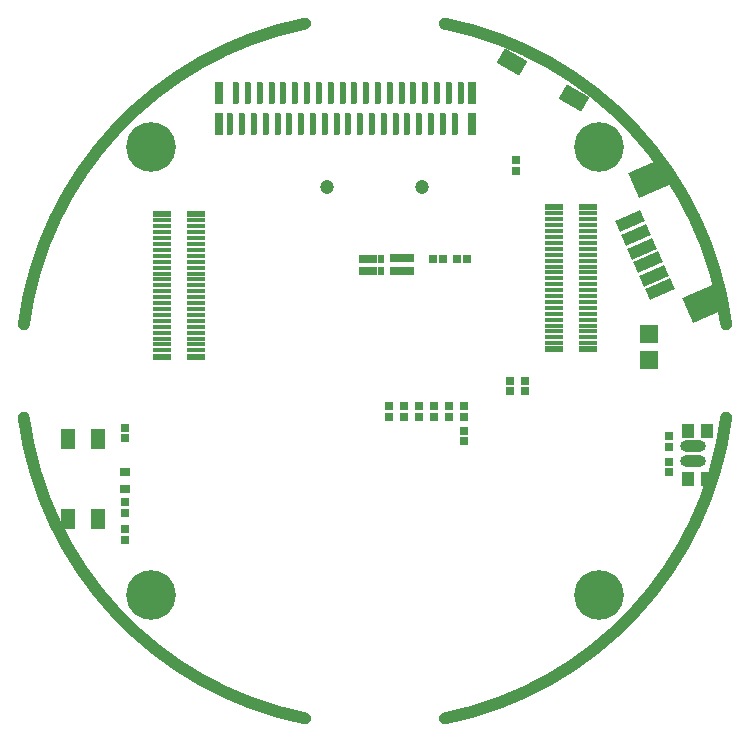
<source format=gts>
%FSLAX44Y44*%
%MOMM*%
G71*
G01*
G75*
G04 Layer_Color=8388736*
%ADD10R,0.8890X1.0160*%
%ADD11R,0.6000X0.5000*%
%ADD12R,1.3970X1.3970*%
%ADD13R,0.4064X0.5500*%
%ADD14R,0.3048X0.5500*%
G04:AMPARAMS|DCode=15|XSize=0.32mm|YSize=1.7mm|CornerRadius=0.08mm|HoleSize=0mm|Usage=FLASHONLY|Rotation=0.000|XOffset=0mm|YOffset=0mm|HoleType=Round|Shape=RoundedRectangle|*
%AMROUNDEDRECTD15*
21,1,0.3200,1.5400,0,0,0.0*
21,1,0.1600,1.7000,0,0,0.0*
1,1,0.1600,0.0800,-0.7700*
1,1,0.1600,-0.0800,-0.7700*
1,1,0.1600,-0.0800,0.7700*
1,1,0.1600,0.0800,0.7700*
%
%ADD15ROUNDEDRECTD15*%
%ADD16R,0.5000X1.7000*%
%ADD17R,0.5000X0.6000*%
%ADD18R,1.3500X0.3000*%
%ADD19R,1.3500X0.2500*%
G04:AMPARAMS|DCode=20|XSize=2mm|YSize=1.2mm|CornerRadius=0mm|HoleSize=0mm|Usage=FLASHONLY|Rotation=150.000|XOffset=0mm|YOffset=0mm|HoleType=Round|Shape=Rectangle|*
%AMROTATEDRECTD20*
4,1,4,1.1660,0.0196,0.5660,-1.0196,-1.1660,-0.0196,-0.5660,1.0196,1.1660,0.0196,0.0*
%
%ADD20ROTATEDRECTD20*%

G04:AMPARAMS|DCode=21|XSize=2.1mm|YSize=0.8mm|CornerRadius=0mm|HoleSize=0mm|Usage=FLASHONLY|Rotation=203.500|XOffset=0mm|YOffset=0mm|HoleType=Round|Shape=Rectangle|*
%AMROTATEDRECTD21*
4,1,4,0.8034,0.7855,1.1224,0.0519,-0.8034,-0.7855,-1.1224,-0.0519,0.8034,0.7855,0.0*
%
%ADD21ROTATEDRECTD21*%

G04:AMPARAMS|DCode=22|XSize=3mm|YSize=2.1mm|CornerRadius=0mm|HoleSize=0mm|Usage=FLASHONLY|Rotation=203.500|XOffset=0mm|YOffset=0mm|HoleType=Round|Shape=Rectangle|*
%AMROTATEDRECTD22*
4,1,4,0.9569,1.5610,1.7943,-0.3648,-0.9569,-1.5610,-1.7943,0.3648,0.9569,1.5610,0.0*
%
%ADD22ROTATEDRECTD22*%

%ADD23R,1.0000X1.6000*%
%ADD24R,0.7000X0.6000*%
%ADD25C,0.2540*%
%ADD26C,0.3000*%
%ADD27C,0.6000*%
%ADD28C,1.0000*%
%ADD29C,0.5000*%
%ADD30C,0.4000*%
%ADD31C,1.0000*%
%ADD32O,2.0000X0.7500*%
G04:AMPARAMS|DCode=33|XSize=4mm|YSize=4mm|CornerRadius=2mm|HoleSize=0mm|Usage=FLASHONLY|Rotation=0.000|XOffset=0mm|YOffset=0mm|HoleType=Round|Shape=RoundedRectangle|*
%AMROUNDEDRECTD33*
21,1,4.0000,0.0000,0,0,0.0*
21,1,0.0000,4.0000,0,0,0.0*
1,1,4.0000,0.0000,0.0000*
1,1,4.0000,0.0000,0.0000*
1,1,4.0000,0.0000,0.0000*
1,1,4.0000,0.0000,0.0000*
%
%ADD33ROUNDEDRECTD33*%
%ADD34C,0.4500*%
%ADD35R,1.3970X1.3970*%
G04:AMPARAMS|DCode=36|XSize=2mm|YSize=2mm|CornerRadius=0mm|HoleSize=0mm|Usage=FLASHONLY|Rotation=180.000|XOffset=0mm|YOffset=0mm|HoleType=Round|Shape=RoundedRectangle|*
%AMROUNDEDRECTD36*
21,1,2.0000,2.0000,0,0,180.0*
21,1,2.0000,2.0000,0,0,180.0*
1,1,0.0000,-1.0000,1.0000*
1,1,0.0000,1.0000,1.0000*
1,1,0.0000,1.0000,-1.0000*
1,1,0.0000,-1.0000,-1.0000*
%
%ADD36ROUNDEDRECTD36*%
%ADD37R,0.7000X1.6000*%
%ADD38R,1.1000X1.4000*%
%ADD39R,1.6000X1.4000*%
%ADD40R,1.2000X2.2000*%
%ADD41R,3.0000X2.1000*%
%ADD42R,2.1000X0.8000*%
%ADD43R,0.8128X0.8128*%
%ADD44R,1.0668X0.8128*%
%ADD45R,0.8128X0.8128*%
%ADD46R,0.8128X1.0668*%
%ADD47R,1.5200X0.7600*%
%ADD48R,1.8000X2.8000*%
%ADD49R,0.7000X1.4000*%
%ADD50O,0.6096X2.0320*%
%ADD51R,0.6096X2.0320*%
%ADD52R,1.2000X1.8000*%
%ADD53R,2.1500X6.3000*%
%ADD54R,1.6000X1.2000*%
%ADD55R,2.1000X3.0000*%
%ADD56R,0.8000X2.1000*%
%ADD57C,0.8000*%
%ADD58C,0.1200*%
%ADD59C,0.1250*%
%ADD60R,1.0922X1.2192*%
%ADD61R,0.8032X0.7032*%
%ADD62R,1.6002X1.6002*%
%ADD63R,0.6096X0.7532*%
%ADD64R,0.5080X0.7532*%
G04:AMPARAMS|DCode=65|XSize=0.5232mm|YSize=1.9032mm|CornerRadius=0.1816mm|HoleSize=0mm|Usage=FLASHONLY|Rotation=0.000|XOffset=0mm|YOffset=0mm|HoleType=Round|Shape=RoundedRectangle|*
%AMROUNDEDRECTD65*
21,1,0.5232,1.5400,0,0,0.0*
21,1,0.1600,1.9032,0,0,0.0*
1,1,0.3632,0.0800,-0.7700*
1,1,0.3632,-0.0800,-0.7700*
1,1,0.3632,-0.0800,0.7700*
1,1,0.3632,0.0800,0.7700*
%
%ADD65ROUNDEDRECTD65*%
%ADD66R,0.7032X1.9032*%
%ADD67R,0.7032X0.8032*%
%ADD68R,1.5532X0.5032*%
%ADD69R,1.5532X0.4532*%
G04:AMPARAMS|DCode=70|XSize=2.2032mm|YSize=1.4032mm|CornerRadius=0mm|HoleSize=0mm|Usage=FLASHONLY|Rotation=150.000|XOffset=0mm|YOffset=0mm|HoleType=Round|Shape=Rectangle|*
%AMROTATEDRECTD70*
4,1,4,1.3048,0.0568,0.6032,-1.1584,-1.3048,-0.0568,-0.6032,1.1584,1.3048,0.0568,0.0*
%
%ADD70ROTATEDRECTD70*%

G04:AMPARAMS|DCode=71|XSize=2.3032mm|YSize=1.0032mm|CornerRadius=0mm|HoleSize=0mm|Usage=FLASHONLY|Rotation=203.500|XOffset=0mm|YOffset=0mm|HoleType=Round|Shape=Rectangle|*
%AMROTATEDRECTD71*
4,1,4,0.8561,0.9192,1.2561,-0.0008,-0.8561,-0.9192,-1.2561,0.0008,0.8561,0.9192,0.0*
%
%ADD71ROTATEDRECTD71*%

G04:AMPARAMS|DCode=72|XSize=3.2032mm|YSize=2.3032mm|CornerRadius=0mm|HoleSize=0mm|Usage=FLASHONLY|Rotation=203.500|XOffset=0mm|YOffset=0mm|HoleType=Round|Shape=Rectangle|*
%AMROTATEDRECTD72*
4,1,4,1.0096,1.6947,1.9280,-0.4174,-1.0096,-1.6947,-1.9280,0.4174,1.0096,1.6947,0.0*
%
%ADD72ROTATEDRECTD72*%

%ADD73R,1.2032X1.8032*%
%ADD74R,0.9032X0.8032*%
%ADD75C,1.2032*%
%ADD76O,2.2032X0.9532*%
G04:AMPARAMS|DCode=77|XSize=4.2032mm|YSize=4.2032mm|CornerRadius=2.1016mm|HoleSize=0mm|Usage=FLASHONLY|Rotation=0.000|XOffset=0mm|YOffset=0mm|HoleType=Round|Shape=RoundedRectangle|*
%AMROUNDEDRECTD77*
21,1,4.2032,0.0000,0,0,0.0*
21,1,0.0000,4.2032,0,0,0.0*
1,1,4.2032,0.0000,0.0000*
1,1,4.2032,0.0000,0.0000*
1,1,4.2032,0.0000,0.0000*
1,1,4.2032,0.0000,0.0000*
%
%ADD77ROUNDEDRECTD77*%
D28*
X59097Y-294122D02*
G03*
X297407Y-39355I-59097J294122D01*
G01*
X-297380Y-39563D02*
G03*
X-59128Y-294116I297380J39563D01*
G01*
X297385Y39521D02*
G03*
X59128Y294116I-297385J-39521D01*
G01*
X-59189Y294103D02*
G03*
X-297380Y39563I59189J-294103D01*
G01*
D60*
X281051Y-91440D02*
D03*
X265049D02*
D03*
X281051Y-50800D02*
D03*
X265049D02*
D03*
D61*
X248920Y-64003D02*
D03*
Y-55003D02*
D03*
Y-76780D02*
D03*
Y-85780D02*
D03*
X119380Y178490D02*
D03*
Y169490D02*
D03*
X127000Y-17200D02*
D03*
Y-8200D02*
D03*
X114300Y-17200D02*
D03*
Y-8200D02*
D03*
X-212090Y-142930D02*
D03*
Y-133930D02*
D03*
Y-111070D02*
D03*
Y-120070D02*
D03*
Y-56860D02*
D03*
Y-47860D02*
D03*
X49530Y-38790D02*
D03*
Y-29790D02*
D03*
X74930Y-59503D02*
D03*
Y-50503D02*
D03*
X36830Y-38790D02*
D03*
Y-29790D02*
D03*
X24130D02*
D03*
Y-38790D02*
D03*
X74930D02*
D03*
Y-29790D02*
D03*
X11430Y-38790D02*
D03*
Y-29790D02*
D03*
X62230Y-38790D02*
D03*
Y-29790D02*
D03*
D62*
X232007Y31115D02*
D03*
Y9525D02*
D03*
D63*
X4867Y95122D02*
D03*
X-11135D02*
D03*
Y84622D02*
D03*
X4867D02*
D03*
X30861Y95420D02*
D03*
X14859D02*
D03*
Y84920D02*
D03*
X30861D02*
D03*
D64*
X-635Y95122D02*
D03*
X-5634D02*
D03*
Y84622D02*
D03*
X-635D02*
D03*
X25359Y95420D02*
D03*
X20361D02*
D03*
Y84920D02*
D03*
X25359D02*
D03*
D65*
X-122500Y209000D02*
D03*
X-112500D02*
D03*
X-102500D02*
D03*
X-92500D02*
D03*
X-82500D02*
D03*
X-72500D02*
D03*
X-62500D02*
D03*
X-52500D02*
D03*
X-117500Y235000D02*
D03*
X-107500D02*
D03*
X-97500D02*
D03*
X-87500D02*
D03*
X-77500D02*
D03*
X-67500D02*
D03*
X-57500D02*
D03*
X-47500D02*
D03*
X12500D02*
D03*
X2500D02*
D03*
X-7500D02*
D03*
X-17500D02*
D03*
X-27500D02*
D03*
X-37500D02*
D03*
X7500Y209000D02*
D03*
X-2500D02*
D03*
X-12500D02*
D03*
X-22500D02*
D03*
X-32500D02*
D03*
X-42500D02*
D03*
X47500D02*
D03*
X57500D02*
D03*
X67500D02*
D03*
X52500Y235000D02*
D03*
X62500D02*
D03*
X72500D02*
D03*
X42500D02*
D03*
X32500D02*
D03*
X22500D02*
D03*
X37500Y209000D02*
D03*
X27500D02*
D03*
X17500D02*
D03*
D66*
X-132000Y235000D02*
D03*
Y209000D02*
D03*
X82000D02*
D03*
Y235000D02*
D03*
D67*
X48840Y95250D02*
D03*
X57840D02*
D03*
X69160Y95266D02*
D03*
X78160D02*
D03*
D68*
X-151250Y12250D02*
D03*
X-180750D02*
D03*
X-151250Y132750D02*
D03*
X-180750D02*
D03*
X180750Y18250D02*
D03*
X151250D02*
D03*
X180750Y138750D02*
D03*
X151250D02*
D03*
D69*
X-151250Y17500D02*
D03*
X-180750D02*
D03*
X-151250Y22500D02*
D03*
X-180750D02*
D03*
X-151250Y27500D02*
D03*
X-180750D02*
D03*
X-151250Y32500D02*
D03*
X-180750D02*
D03*
X-151250Y37500D02*
D03*
X-180750D02*
D03*
X-151250Y42500D02*
D03*
X-180750D02*
D03*
X-151250Y47500D02*
D03*
X-180750D02*
D03*
X-151250Y52500D02*
D03*
X-180750D02*
D03*
X-151250Y57500D02*
D03*
X-180750D02*
D03*
X-151250Y62500D02*
D03*
X-180750D02*
D03*
X-151250Y67500D02*
D03*
X-180750D02*
D03*
X-151250Y72500D02*
D03*
X-180750D02*
D03*
X-151250Y77500D02*
D03*
X-180750D02*
D03*
X-151250Y82500D02*
D03*
X-180750D02*
D03*
X-151250Y87500D02*
D03*
X-180750D02*
D03*
X-151250Y92500D02*
D03*
X-180750D02*
D03*
X-151250Y97500D02*
D03*
X-180750D02*
D03*
X-151250Y102500D02*
D03*
X-180750D02*
D03*
X-151250Y107500D02*
D03*
X-180750D02*
D03*
X-151250Y112500D02*
D03*
X-180750D02*
D03*
X-151250Y117500D02*
D03*
X-180750D02*
D03*
X-151250Y122500D02*
D03*
X-180750D02*
D03*
X-151250Y127500D02*
D03*
X-180750D02*
D03*
X180750Y23500D02*
D03*
X151250D02*
D03*
X180750Y28500D02*
D03*
X151250D02*
D03*
X180750Y33500D02*
D03*
X151250D02*
D03*
X180750Y38500D02*
D03*
X151250D02*
D03*
X180750Y43500D02*
D03*
X151250D02*
D03*
X180750Y48500D02*
D03*
X151250D02*
D03*
X180750Y53500D02*
D03*
X151250D02*
D03*
X180750Y58500D02*
D03*
X151250D02*
D03*
X180750Y63500D02*
D03*
X151250D02*
D03*
X180750Y68500D02*
D03*
X151250D02*
D03*
X180750Y73500D02*
D03*
X151250D02*
D03*
X180750Y78500D02*
D03*
X151250D02*
D03*
X180750Y83500D02*
D03*
X151250D02*
D03*
X180750Y88500D02*
D03*
X151250D02*
D03*
X180750Y93500D02*
D03*
X151250D02*
D03*
X180750Y98500D02*
D03*
X151250D02*
D03*
X180750Y103500D02*
D03*
X151250D02*
D03*
X180750Y108500D02*
D03*
X151250D02*
D03*
X180750Y113500D02*
D03*
X151250D02*
D03*
X180750Y118500D02*
D03*
X151250D02*
D03*
X180750Y123500D02*
D03*
X151250D02*
D03*
X180750Y128500D02*
D03*
X151250D02*
D03*
X180750Y133500D02*
D03*
X151250D02*
D03*
D70*
X116259Y261380D02*
D03*
X168221Y231380D02*
D03*
D71*
X225863Y103691D02*
D03*
X230848Y92228D02*
D03*
X240896Y69118D02*
D03*
X235912Y80581D02*
D03*
X220799Y115338D02*
D03*
X215815Y126801D02*
D03*
D72*
X279792Y57406D02*
D03*
X233777Y163235D02*
D03*
D73*
X-234950Y-57440D02*
D03*
X-260350D02*
D03*
X-260350Y-125440D02*
D03*
X-234950D02*
D03*
D74*
X-212090Y-99721D02*
D03*
Y-85521D02*
D03*
D75*
X-40233Y155890D02*
D03*
X39653Y155927D02*
D03*
D76*
X269240Y-76223D02*
D03*
Y-63617D02*
D03*
D77*
X-190000Y190000D02*
D03*
X190000D02*
D03*
Y-190000D02*
D03*
X-190000D02*
D03*
M02*

</source>
